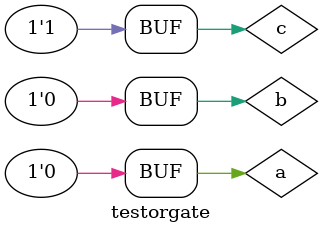
<source format=v>


module orgate (output s, input p, input q, input r);
	 wire temp1, temp2;
	 
	 or OR1 (temp1, p, q);
	 or OR2 (temp2, q, r);
	 or OR3 (s, temp1, temp2);
	
endmodule // orgate

// -------------------------
// -- test orgate
// -------------------------
module testorgate;
// ------------------------- dados locais
	reg a, b, c; // definir registrador
				// (variavel independente)
	wire s; // definir conexao (fio)
				// (variavel dependente )
// ------------------------- instancia
	orgate OR1 (s, a, b, c);
// ------------------------- preparacao
	initial begin:start
					// atribuicao simultanea
					// dos valores iniciais
	 a=0; b=0; c=0;
	end
// ------------------------- parte principal
 initial begin:main
		// execucao unitaria
	$display("Exercicio 10 - Victor Raphael Machado de Amorim - 420147");
	$display("Test OR gate:");
	$display("\na + b + c = s\n");
	$monitor("%b OR %b OR %b = %b", a, b, c, s);

 #1 a=1;
 #1 b=1;
 #1 c=1;
 #1 a=0;
 #1 b=0;
 
 end
 
endmodule // testorgate
</source>
